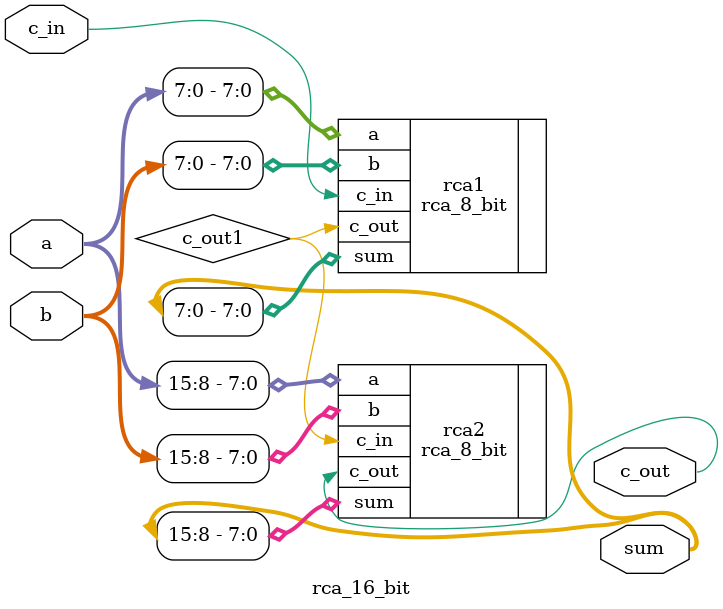
<source format=v>
`timescale 1ns / 1ps
module rca_16_bit(a, b, c_in, sum, c_out);
    /*
      Input and output ports :
      a - first 16-bit input
      b - second 16-bit input
      c_in - the carry-in bit
      sum - the 16-bit output to store the sum
      c_out - the output bit to store the carry-out
    */ 
    input [15:0] a, b;
    input c_in;
    output [15:0] sum;
    output c_out;
    wire c_out1;

    // Cascade 2 8-bit ripple carry adders to create a 16-bit ripple carry adder
    rca_8_bit rca1(.a(a[7:0]), .b(b[7:0]), .c_in(c_in), .sum(sum[7:0]), .c_out(c_out1));
    rca_8_bit rca2(.a(a[15:8]), .b(b[15:8]), .c_in(c_out1), .sum(sum[15:8]), .c_out(c_out));
endmodule

</source>
